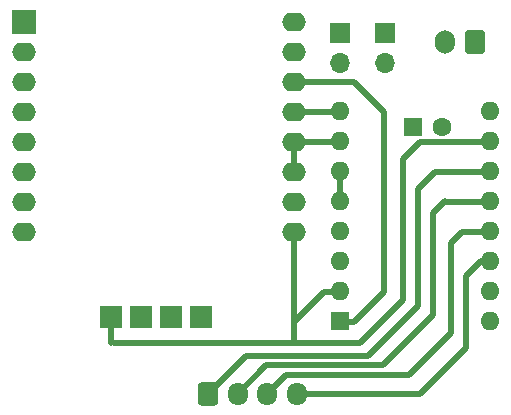
<source format=gbr>
%TF.GenerationSoftware,KiCad,Pcbnew,(6.0.7)*%
%TF.CreationDate,2022-09-22T21:27:18+02:00*%
%TF.ProjectId,PEQUENAreducida,50455155-454e-4417-9265-647563696461,rev?*%
%TF.SameCoordinates,Original*%
%TF.FileFunction,Copper,L1,Top*%
%TF.FilePolarity,Positive*%
%FSLAX46Y46*%
G04 Gerber Fmt 4.6, Leading zero omitted, Abs format (unit mm)*
G04 Created by KiCad (PCBNEW (6.0.7)) date 2022-09-22 21:27:18*
%MOMM*%
%LPD*%
G01*
G04 APERTURE LIST*
G04 Aperture macros list*
%AMRoundRect*
0 Rectangle with rounded corners*
0 $1 Rounding radius*
0 $2 $3 $4 $5 $6 $7 $8 $9 X,Y pos of 4 corners*
0 Add a 4 corners polygon primitive as box body*
4,1,4,$2,$3,$4,$5,$6,$7,$8,$9,$2,$3,0*
0 Add four circle primitives for the rounded corners*
1,1,$1+$1,$2,$3*
1,1,$1+$1,$4,$5*
1,1,$1+$1,$6,$7*
1,1,$1+$1,$8,$9*
0 Add four rect primitives between the rounded corners*
20,1,$1+$1,$2,$3,$4,$5,0*
20,1,$1+$1,$4,$5,$6,$7,0*
20,1,$1+$1,$6,$7,$8,$9,0*
20,1,$1+$1,$8,$9,$2,$3,0*%
G04 Aperture macros list end*
%TA.AperFunction,ComponentPad*%
%ADD10R,2.000000X2.000000*%
%TD*%
%TA.AperFunction,ComponentPad*%
%ADD11O,2.000000X1.600000*%
%TD*%
%TA.AperFunction,ComponentPad*%
%ADD12R,1.600000X1.600000*%
%TD*%
%TA.AperFunction,ComponentPad*%
%ADD13C,1.600000*%
%TD*%
%TA.AperFunction,ComponentPad*%
%ADD14RoundRect,0.250000X-0.600000X-0.725000X0.600000X-0.725000X0.600000X0.725000X-0.600000X0.725000X0*%
%TD*%
%TA.AperFunction,ComponentPad*%
%ADD15O,1.700000X1.950000*%
%TD*%
%TA.AperFunction,ComponentPad*%
%ADD16RoundRect,0.250000X0.600000X0.750000X-0.600000X0.750000X-0.600000X-0.750000X0.600000X-0.750000X0*%
%TD*%
%TA.AperFunction,ComponentPad*%
%ADD17O,1.700000X2.000000*%
%TD*%
%TA.AperFunction,ComponentPad*%
%ADD18R,1.700000X1.700000*%
%TD*%
%TA.AperFunction,ComponentPad*%
%ADD19O,1.700000X1.700000*%
%TD*%
%TA.AperFunction,ComponentPad*%
%ADD20R,1.930400X1.930400*%
%TD*%
%TA.AperFunction,ComponentPad*%
%ADD21O,1.600000X1.600000*%
%TD*%
%TA.AperFunction,Conductor*%
%ADD22C,0.500000*%
%TD*%
G04 APERTURE END LIST*
D10*
%TO.P,WEMOS D1,1*%
%TO.N,N/C*%
X110944000Y-32778000D03*
D11*
%TO.P,WEMOS D1,2*%
X110944000Y-35318000D03*
%TO.P,WEMOS D1,3*%
X110944000Y-37858000D03*
%TO.P,WEMOS D1,4*%
X110944000Y-40398000D03*
%TO.P,WEMOS D1,5*%
X110944000Y-42938000D03*
%TO.P,WEMOS D1,6*%
X110944000Y-45478000D03*
%TO.P,WEMOS D1,7*%
X110944000Y-48018000D03*
%TO.P,WEMOS D1,8*%
X110944000Y-50558000D03*
%TO.P,WEMOS D1,9*%
X133804000Y-50558000D03*
%TO.P,WEMOS D1,10*%
X133804000Y-48018000D03*
%TO.P,WEMOS D1,11*%
X133804000Y-45478000D03*
%TO.P,WEMOS D1,12*%
X133804000Y-42938000D03*
%TO.P,WEMOS D1,13*%
X133804000Y-40398000D03*
%TO.P,WEMOS D1,14*%
X133804000Y-37858000D03*
%TO.P,WEMOS D1,15*%
X133804000Y-35318000D03*
%TO.P,WEMOS D1,16*%
X133804000Y-32778000D03*
%TD*%
D12*
%TO.P,35V100mf,1*%
%TO.N,N/C*%
X143844888Y-41700000D03*
D13*
%TO.P,35V100mf,2*%
X146344888Y-41700000D03*
%TD*%
D14*
%TO.P,MOTOR,1*%
%TO.N,N/C*%
X126550000Y-64275000D03*
D15*
%TO.P,MOTOR,2*%
X129050000Y-64275000D03*
%TO.P,MOTOR,3*%
X131550000Y-64275000D03*
%TO.P,MOTOR,4*%
X134050000Y-64275000D03*
%TD*%
D16*
%TO.P,- 24V +,1*%
%TO.N,N/C*%
X149098000Y-34544000D03*
D17*
%TO.P,- 24V +,2*%
X146598000Y-34544000D03*
%TD*%
D18*
%TO.P,J2,1*%
%TO.N,N/C*%
X137668000Y-33782000D03*
D19*
%TO.P,J2,2*%
X137668000Y-36322000D03*
%TD*%
D18*
%TO.P,J1,1*%
%TO.N,N/C*%
X141478000Y-33782000D03*
D19*
%TO.P,J1,2*%
X141478000Y-36322000D03*
%TD*%
D20*
%TO.P,WEMOS D1,EN*%
%TO.N,N/C*%
X125890000Y-57775000D03*
%TO.P,WEMOS D1,GND*%
X120810000Y-57775000D03*
%TO.P,WEMOS D1,IN+*%
X123350000Y-57775000D03*
%TO.P,WEMOS D1,VO+*%
X118270000Y-57775000D03*
%TD*%
D12*
%TO.P,DRIVER,1*%
%TO.N,N/C*%
X137668000Y-58166000D03*
D21*
%TO.P,DRIVER,2*%
X137668000Y-55626000D03*
%TO.P,DRIVER,3*%
X137668000Y-53086000D03*
%TO.P,DRIVER,4*%
X137668000Y-50546000D03*
%TO.P,DRIVER,5*%
X137668000Y-48006000D03*
%TO.P,DRIVER,6*%
X137668000Y-45466000D03*
%TO.P,DRIVER,7*%
X137668000Y-42926000D03*
%TO.P,DRIVER,8*%
X137668000Y-40386000D03*
%TO.P,DRIVER,9*%
X150368000Y-40386000D03*
%TO.P,DRIVER,10*%
X150368000Y-42926000D03*
%TO.P,DRIVER,11*%
X150368000Y-45466000D03*
%TO.P,DRIVER,12*%
X150368000Y-48006000D03*
%TO.P,DRIVER,13*%
X150368000Y-50546000D03*
%TO.P,DRIVER,14*%
X150368000Y-53086000D03*
%TO.P,DRIVER,15*%
X150368000Y-55626000D03*
%TO.P,DRIVER,16*%
X150368000Y-58166000D03*
%TD*%
D22*
%TO.N,*%
X138884000Y-37858000D02*
X133804000Y-37858000D01*
X133804000Y-50558000D02*
X133804000Y-58178000D01*
X133804000Y-40398000D02*
X137624000Y-40398000D01*
X150324000Y-53098000D02*
X150312000Y-53086000D01*
X138575000Y-60000000D02*
X139390000Y-60000000D01*
X144272000Y-46990000D02*
X144272000Y-56853000D01*
X140075000Y-61050000D02*
X129775000Y-61050000D01*
X133804000Y-42938000D02*
X137624000Y-42938000D01*
X133804000Y-59946000D02*
X133800000Y-59950000D01*
X118270000Y-59945000D02*
X118350000Y-60025000D01*
X148070000Y-50558000D02*
X147066000Y-51562000D01*
X137678000Y-45466000D02*
X137678000Y-48006000D01*
X138884000Y-58178000D02*
X141424000Y-55638000D01*
X148336000Y-60452000D02*
X144513000Y-64275000D01*
X133804000Y-45478000D02*
X133804000Y-42938000D01*
X149606000Y-53086000D02*
X148336000Y-54356000D01*
X133804000Y-58178000D02*
X133804000Y-59946000D01*
X147066000Y-59182000D02*
X143573000Y-62675000D01*
X145784000Y-45478000D02*
X144272000Y-46990000D01*
X143002000Y-44450000D02*
X144514000Y-42938000D01*
X144514000Y-42938000D02*
X150324000Y-42938000D01*
X139390000Y-60000000D02*
X143002000Y-56388000D01*
X150324000Y-48018000D02*
X146570000Y-48018000D01*
X131475000Y-61850000D02*
X129050000Y-64275000D01*
X146570000Y-48018000D02*
X146558000Y-48006000D01*
X141300000Y-61850000D02*
X131475000Y-61850000D01*
X150324000Y-50558000D02*
X148070000Y-50558000D01*
X129775000Y-61050000D02*
X126550000Y-64275000D01*
X145542000Y-49022000D02*
X145542000Y-57608000D01*
X141424000Y-55638000D02*
X141424000Y-40398000D01*
X150312000Y-53086000D02*
X149606000Y-53086000D01*
X143573000Y-62675000D02*
X133150000Y-62675000D01*
X138884000Y-58178000D02*
X137624000Y-58178000D01*
X133841000Y-60000000D02*
X138709000Y-60000000D01*
X147066000Y-51562000D02*
X147066000Y-59182000D01*
X133150000Y-62675000D02*
X131550000Y-64275000D01*
X137624000Y-55638000D02*
X136344000Y-55638000D01*
X150324000Y-45478000D02*
X145784000Y-45478000D01*
X143002000Y-56388000D02*
X143002000Y-44450000D01*
X118270000Y-57775000D02*
X118270000Y-59945000D01*
X144513000Y-64275000D02*
X134050000Y-64275000D01*
X144272000Y-56853000D02*
X140075000Y-61050000D01*
X118537000Y-59998000D02*
X133749000Y-59998000D01*
X148336000Y-54356000D02*
X148336000Y-60452000D01*
X145542000Y-57608000D02*
X141300000Y-61850000D01*
X141424000Y-40398000D02*
X138884000Y-37858000D01*
X136344000Y-55638000D02*
X133804000Y-58178000D01*
X146558000Y-48006000D02*
X145542000Y-49022000D01*
%TD*%
M02*

</source>
